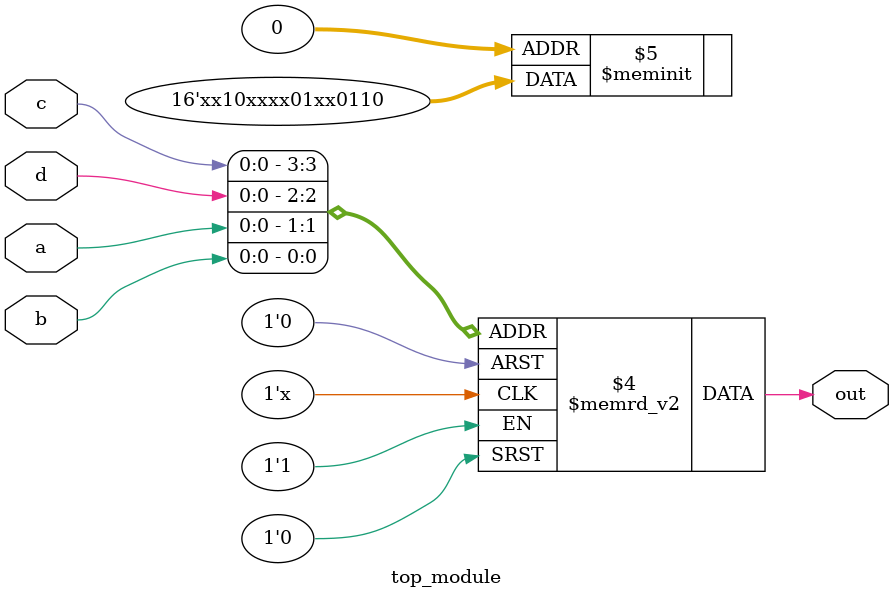
<source format=sv>
module top_module (
    input a, 
    input b,
    input c,
    input d,
    output reg out
);

always @(*) begin
    case ({c, d, a, b})
        4'b0000: out = 1'b0;
        4'b0001: out = 1'b1;
        4'b0011: out = 1'b0;
        4'b0010: out = 1'b1;
        4'b0111: out = 1'b0;
        4'b0110: out = 1'b1;
        4'b1100: out = 1'b0;
        4'b1101: out = 1'b1;
    endcase
end

endmodule

</source>
